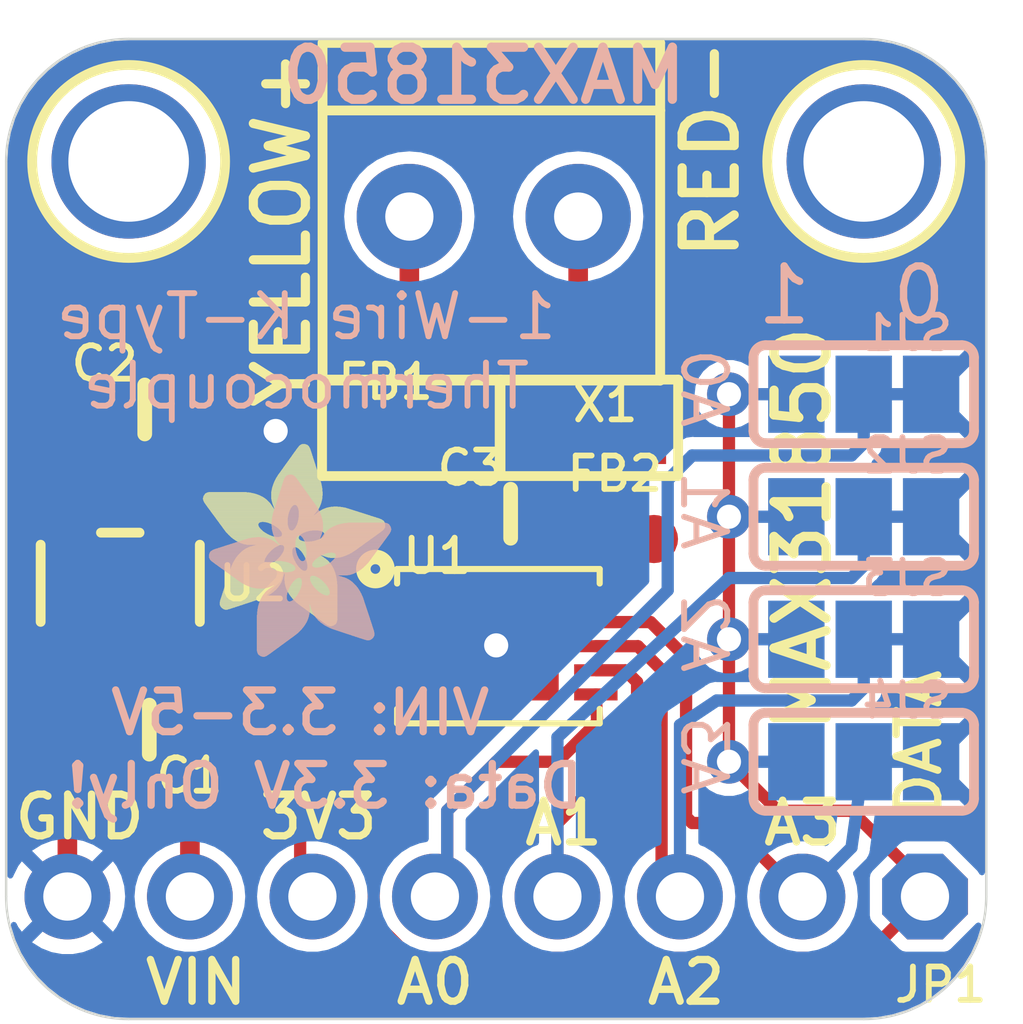
<source format=kicad_pcb>
(kicad_pcb (version 20221018) (generator pcbnew)
  (layers (0 "F.Cu" signal) (31 "B.Cu" signal) (34 "B.Paste" user) (35 "F.Paste" user) (36 "B.SilkS" user "B.Silkscreen") (37 "F.SilkS" user "F.Silkscreen") (38 "B.Mask" user) (39 "F.Mask" user) (44 "Edge.Cuts" user))
  (net 0 "")
  (net 1 "VIN")
  (net 2 "GND")
  (net 3 "3.3V")
  (net 4 "A3")
  (net 5 "A2")
  (net 6 "A1")
  (net 7 "A0")
  (net 8 "DATA")
  (net 9 "N$1")
  (net 10 "N$2")
  (net 11 "T+")
  (net 12 "T-")
  (net 13 "N$3")
  (net 14 "N$4")
  (net 15 "N$5")
  (footprint "working:0805" (layer "F.Cu") (at 150.4231 102.9066 180)
    (fp_text reference "FB2" (at -1.5875 -0.9525) (layer "F.SilkS") (effects (font (size 0.692831 0.692831) (thickness 0.119969)) (justify right)))
    (fp_text value "Ferrite")
    (pad "1" smd rect (at -0.95 0 180) (size 1.3 1.5) (layers "F.Cu" "F.Paste" "F.Mask") (net 10 "N$2"))
    (pad "2" smd rect (at 0.95 0 180) (size 1.3 1.5) (layers "F.Cu" "F.Paste" "F.Mask") (net 12 "T-"))
  )
  (footprint "working:0805-NO" (layer "F.Cu") (at 141.3091 109.1636 180)
    (fp_text reference "C1" (at -1.5875 -0.9525) (layer "F.SilkS") (effects (font (size 0.692831 0.692831) (thickness 0.119969)) (justify right)))
    (fp_text value "10uF")
    (pad "1" smd rect (at -0.95 0 180) (size 1.3 1.5) (layers "F.Cu" "F.Paste" "F.Mask") (net 1 "VIN"))
    (pad "2" smd rect (at 0.95 0 180) (size 1.3 1.5) (layers "F.Cu" "F.Paste" "F.Mask") (net 2 "GND"))
  )
  (footprint "working:TERMBLOCK_1X2-3.5MM" (layer "F.Cu") (at 148.5011 98.5266 180)
    (fp_text reference "X1" (at -3 -3.89) (layer "F.SilkS") (effects (font (size 0.692831 0.692831) (thickness 0.119969)) (justify right)))
    (fp_text value "3.5mm")
    (pad "1" thru_hole circle (at 1.8 0 180) (size 2.1844 2.1844) (drill 1) (layers "*.Cu" "*.Mask") (net 9 "N$1"))
    (pad "2" thru_hole circle (at -1.7 0 180) (size 2.1844 2.1844) (drill 1) (layers "*.Cu" "*.Mask") (net 10 "N$2"))
  )
  (footprint "working:SOT23-5" (layer "F.Cu") (at 140.7071 106.1296)
    (fp_text reference "U2" (at 1.978 0) (layer "F.SilkS") (effects (font (size 0.692831 0.692831) (thickness 0.119969)) (justify left)))
    (fp_text value "MIC5225-3.3")
    (pad "1" smd rect (at -0.95 1.3001) (size 0.55 1.2) (layers "F.Cu" "F.Paste" "F.Mask") (net 1 "VIN"))
    (pad "2" smd rect (at 0 1.3001) (size 0.55 1.2) (layers "F.Cu" "F.Paste" "F.Mask") (net 2 "GND"))
    (pad "3" smd rect (at 0.95 1.3001) (size 0.55 1.2) (layers "F.Cu" "F.Paste" "F.Mask") (net 1 "VIN"))
    (pad "4" smd rect (at 0.95 -1.3001) (size 0.55 1.2) (layers "F.Cu" "F.Paste" "F.Mask"))
    (pad "5" smd rect (at -0.95 -1.3001) (size 0.55 1.2) (layers "F.Cu" "F.Paste" "F.Mask") (net 3 "3.3V"))
  )
  (footprint "working:1X08_ROUND_70" (layer "F.Cu") (at 148.5011 112.6236 180)
    (fp_text reference "JP1" (at -10.2362 -1.8288) (layer "F.SilkS") (effects (font (size 0.692831 0.692831) (thickness 0.119969)) (justify right)))
    (fp_text value "Breakout")
    (pad "1" thru_hole roundrect (at -8.89 0 270) (size 1.778 1.778) (drill 1) (layers "*.Cu" "*.Mask") (chamfer_ratio 0.2928932188) (chamfer top_left top_right bottom_left bottom_right) (net 8 "DATA"))
    (pad "2" thru_hole circle (at -6.35 0 270) (size 1.778 1.778) (drill 1) (layers "*.Cu" "*.Mask") (net 4 "A3"))
    (pad "3" thru_hole circle (at -3.81 0 270) (size 1.778 1.778) (drill 1) (layers "*.Cu" "*.Mask") (net 5 "A2"))
    (pad "4" thru_hole circle (at -1.27 0 270) (size 1.778 1.778) (drill 1) (layers "*.Cu" "*.Mask") (net 6 "A1"))
    (pad "5" thru_hole circle (at 1.27 0 270) (size 1.778 1.778) (drill 1) (layers "*.Cu" "*.Mask") (net 7 "A0"))
    (pad "6" thru_hole circle (at 3.81 0 270) (size 1.778 1.778) (drill 1) (layers "*.Cu" "*.Mask") (net 3 "3.3V"))
    (pad "7" thru_hole circle (at 6.35 0 270) (size 1.778 1.778) (drill 1) (layers "*.Cu" "*.Mask") (net 1 "VIN"))
    (pad "8" thru_hole circle (at 8.89 0 270) (size 1.778 1.778) (drill 1) (layers "*.Cu" "*.Mask") (net 2 "GND"))
  )
  (footprint "working:FIDUCIAL_1MM" (layer "F.Cu") (at 139.6241 100.5276)
    (fp_text reference "FID2" hide)
    (fp_text value "FIDUCIAL\"\"" hide)
    (pad "1" smd roundrect (at 0 0) (size 1 1) (layers "F.Cu" "F.Mask") (roundrect_rratio 0.5))
  )
  (footprint "working:MOUNTINGHOLE_2.5_PLATED" (layer "F.Cu") (at 140.8811 97.3836)
    (fp_text reference "U$9" hide)
    (fp_text value "MOUNTINGHOLE2.5" hide)
    (pad "P$1" thru_hole circle (at 0 0) (size 3.2 3.2) (drill 2.5) (layers "*.Cu" "*.Mask"))
    (zone (net 0) (net_name "") (layer "B.Cu") (connect_pads (clearance 0)) (min_thickness 0.25)
      (keepout (tracks not_allowed) (vias not_allowed) (pads not_allowed) (copperpour not_allowed) (footprints allowed))
      (fill (thermal_gap 0.5) (thermal_bridge_width 0.5))
      (polygon (pts (xy 142.8971 97.3836) (xy 142.87748 97.103027) (xy 142.819004 96.827915) (xy 142.722808 96.563619) (xy 142.590765 96.315283) (xy 142.425446 96.08774) (xy 142.230067 95.88542) (xy 142.008433 95.71226) (xy 141.764856 95.571631) (xy 141.504078 95.46627) (xy 141.231175 95.398228) (xy 140.951457 95.368828) (xy 140.670371 95.378644) (xy 140.393385 95.427484) (xy 140.125893 95.514397) (xy 139.8731 95.637693) (xy 139.639926 95.79497) (xy 139.430911 95.983169) (xy 139.250122 96.198625) (xy 139.101078 96.437145) (xy 138.98668 96.694087) (xy 138.909154 96.96445) (xy 138.870011 97.242971) (xy 138.870011 97.524229) (xy 138.909154 97.80275) (xy 138.98668 98.073113) (xy 139.101078 98.330055) (xy 139.250122 98.568575) (xy 139.430911 98.784031) (xy 139.639926 98.97223) (xy 139.8731 99.129507) (xy 140.125893 99.252803) (xy 140.393385 99.339716) (xy 140.670371 99.388556) (xy 140.951457 99.398372) (xy 141.231175 99.368972) (xy 141.504078 99.30093) (xy 141.764856 99.195569) (xy 142.008433 99.05494) (xy 142.230067 98.88178) (xy 142.425446 98.67946) (xy 142.590765 98.451917) (xy 142.722808 98.203581) (xy 142.819004 97.939285) (xy 142.87748 97.664173)))
      (polygon (pts (xy 140.8651 97.3836) (xy 140.869786 97.394914) (xy 140.8811 97.3996) (xy 140.892414 97.394914) (xy 140.8971 97.3836) (xy 140.892414 97.372286) (xy 140.8811 97.3676) (xy 140.869786 97.372286)))
    )
  )
  (footprint "working:FIDUCIAL_1MM" (layer "F.Cu") (at 151.7711 105.2116)
    (fp_text reference "FID1" hide)
    (fp_text value "FIDUCIAL\"\"" hide)
    (pad "1" smd roundrect (at 0 0) (size 1 1) (layers "F.Cu" "F.Mask") (roundrect_rratio 0.5))
  )
  (footprint "working:ADAFRUIT_3.5MM" (layer "F.Cu") (at 142.4051 107.0356)
    (fp_text reference "U$19" hide)
    (fp_text value "" hide)
  )
  (footprint "working:0805-NO" (layer "F.Cu") (at 148.8011 104.6876)
    (fp_text reference "C3" (at -1.5875 -0.9525) (layer "F.SilkS") (effects (font (size 0.692831 0.692831) (thickness 0.119969)) (justify left)))
    (fp_text value "0.1uF")
    (pad "1" smd rect (at -0.95 0) (size 1.3 1.5) (layers "F.Cu" "F.Paste" "F.Mask") (net 11 "T+"))
    (pad "2" smd rect (at 0.95 0) (size 1.3 1.5) (layers "F.Cu" "F.Paste" "F.Mask") (net 12 "T-"))
  )
  (footprint "working:TDFN10_3X4MM" (layer "F.Cu") (at 148.5471 107.4336 -90)
    (fp_text reference "U1" (at -1.87 2.043) (layer "F.SilkS") (effects (font (size 0.692831 0.692831) (thickness 0.119969)) (justify left)))
    (fp_text value "MAX31850")
    (pad "1" smd rect (at -1 2.02) (size 0.9 0.25) (layers "F.Cu" "F.Paste") (net 2 "GND"))
    (pad "2" smd rect (at -0.5 2.02) (size 0.9 0.25) (layers "F.Cu" "F.Paste") (net 12 "T-"))
    (pad "3" smd rect (at 0 2.02) (size 0.9 0.25) (layers "F.Cu" "F.Paste") (net 11 "T+"))
    (pad "4" smd rect (at 0.5 2.02) (size 0.9 0.25) (layers "F.Cu" "F.Paste") (net 3 "3.3V"))
    (pad "5" smd rect (at 1 2.02) (size 0.9 0.25) (layers "F.Cu" "F.Paste") (net 8 "DATA"))
    (pad "6" smd rect (at 1 -2.02 180) (size 0.9 0.25) (layers "F.Cu" "F.Paste") (net 7 "A0"))
    (pad "7" smd rect (at 0.5 -2.02 180) (size 0.9 0.25) (layers "F.Cu" "F.Paste") (net 6 "A1"))
    (pad "8" smd rect (at 0 -2.02 180) (size 0.9 0.25) (layers "F.Cu" "F.Paste") (net 5 "A2"))
    (pad "9" smd rect (at -0.5 -2.02 180) (size 0.9 0.25) (layers "F.Cu" "F.Paste") (net 4 "A3"))
    (pad "10" smd rect (at -1 -2.02 180) (size 0.9 0.25) (layers "F.Cu" "F.Paste"))
    (pad "THERMAL" smd rect (at 0 0) (size 2.5 2.25) (layers "F.Cu" "F.Mask") (net 2 "GND"))
  )
  (footprint "working:MOUNTINGHOLE_2.5_PLATED" (layer "F.Cu") (at 156.1211 97.3836)
    (fp_text reference "U$8" hide)
    (fp_text value "MOUNTINGHOLE2.5" hide)
    (pad "P$1" thru_hole circle (at 0 0) (size 3.2 3.2) (drill 2.5) (layers "*.Cu" "*.Mask"))
    (zone (net 0) (net_name "") (layer "B.Cu") (connect_pads (clearance 0)) (min_thickness 0.25)
      (keepout (tracks not_allowed) (vias not_allowed) (pads not_allowed) (copperpour not_allowed) (footprints allowed))
      (fill (thermal_gap 0.5) (thermal_bridge_width 0.5))
      (polygon (pts (xy 158.1371 97.3836) (xy 158.11748 97.103027) (xy 158.059004 96.827915) (xy 157.962808 96.563619) (xy 157.830765 96.315283) (xy 157.665446 96.08774) (xy 157.470067 95.88542) (xy 157.248433 95.71226) (xy 157.004856 95.571631) (xy 156.744078 95.46627) (xy 156.471175 95.398228) (xy 156.191457 95.368828) (xy 155.910371 95.378644) (xy 155.633385 95.427484) (xy 155.365893 95.514397) (xy 155.1131 95.637693) (xy 154.879926 95.79497) (xy 154.670911 95.983169) (xy 154.490122 96.198625) (xy 154.341078 96.437145) (xy 154.22668 96.694087) (xy 154.149154 96.96445) (xy 154.110011 97.242971) (xy 154.110011 97.524229) (xy 154.149154 97.80275) (xy 154.22668 98.073113) (xy 154.341078 98.330055) (xy 154.490122 98.568575) (xy 154.670911 98.784031) (xy 154.879926 98.97223) (xy 155.1131 99.129507) (xy 155.365893 99.252803) (xy 155.633385 99.339716) (xy 155.910371 99.388556) (xy 156.191457 99.398372) (xy 156.471175 99.368972) (xy 156.744078 99.30093) (xy 157.004856 99.195569) (xy 157.248433 99.05494) (xy 157.470067 98.88178) (xy 157.665446 98.67946) (xy 157.830765 98.451917) (xy 157.962808 98.203581) (xy 158.059004 97.939285) (xy 158.11748 97.664173)))
      (polygon (pts (xy 156.1051 97.3836) (xy 156.109786 97.394914) (xy 156.1211 97.3996) (xy 156.132414 97.394914) (xy 156.1371 97.3836) (xy 156.132414 97.372286) (xy 156.1211 97.3676) (xy 156.109786 97.372286)))
    )
  )
  (footprint "working:0805" (layer "F.Cu") (at 146.7411 102.9066)
    (fp_text reference "FB1" (at -1.5875 -0.9525) (layer "F.SilkS") (effects (font (size 0.692831 0.692831) (thickness 0.119969)) (justify left)))
    (fp_text value "Ferrite")
    (pad "1" smd rect (at -0.95 0) (size 1.3 1.5) (layers "F.Cu" "F.Paste" "F.Mask") (net 9 "N$1"))
    (pad "2" smd rect (at 0.95 0) (size 1.3 1.5) (layers "F.Cu" "F.Paste" "F.Mask") (net 11 "T+"))
  )
  (footprint "working:0805-NO" (layer "F.Cu") (at 141.2151 102.5256)
    (fp_text reference "C2" (at -1.5875 -0.9525) (layer "F.SilkS") (effects (font (size 0.692831 0.692831) (thickness 0.119969)) (justify left)))
    (fp_text value "10uF")
    (pad "1" smd rect (at -0.95 0) (size 1.3 1.5) (layers "F.Cu" "F.Paste" "F.Mask") (net 3 "3.3V"))
    (pad "2" smd rect (at 0.95 0) (size 1.3 1.5) (layers "F.Cu" "F.Paste" "F.Mask") (net 2 "GND"))
  )
  (footprint "working:SOLDERJUMPER_2WAY_OPEN_NOPASTE" (layer "B.Cu") (at 156.1211 107.2896 180)
    (fp_text reference "SJ3" (at -1.905 1.27) (layer "B.SilkS") (effects (font (size 0.692831 0.692831) (thickness 0.119969)) (justify left mirror)))
    (fp_text value "")
    (pad "1" smd rect (at -1.397 0 180) (size 1.1684 1.6002) (layers "B.Cu") (net 2 "GND"))
    (pad "2" smd rect (at 0 0 180) (size 1.1684 1.6002) (layers "B.Cu") (net 5 "A2"))
    (pad "3" smd rect (at 1.397 0 180) (size 1.1684 1.6002) (layers "B.Cu") (net 8 "DATA"))
  )
  (footprint "working:SOLDERJUMPER_2WAY_OPEN_NOPASTE" (layer "B.Cu") (at 156.1211 109.8296 180)
    (fp_text reference "SJ4" (at -1.905 1.27) (layer "B.SilkS") (effects (font (size 0.692831 0.692831) (thickness 0.119969)) (justify left mirror)))
    (fp_text value "")
    (pad "1" smd rect (at -1.397 0 180) (size 1.1684 1.6002) (layers "B.Cu") (net 2 "GND"))
    (pad "2" smd rect (at 0 0 180) (size 1.1684 1.6002) (layers "B.Cu") (net 4 "A3"))
    (pad "3" smd rect (at 1.397 0 180) (size 1.1684 1.6002) (layers "B.Cu") (net 8 "DATA"))
  )
  (footprint "working:SOLDERJUMPER_2WAY_OPEN_NOPASTE" (layer "B.Cu") (at 156.1211 104.7496 180)
    (fp_text reference "SJ2" (at -1.905 1.27) (layer "B.SilkS") (effects (font (size 0.692831 0.692831) (thickness 0.119969)) (justify left mirror)))
    (fp_text value "")
    (pad "1" smd rect (at -1.397 0 180) (size 1.1684 1.6002) (layers "B.Cu") (net 2 "GND"))
    (pad "2" smd rect (at 0 0 180) (size 1.1684 1.6002) (layers "B.Cu") (net 6 "A1"))
    (pad "3" smd rect (at 1.397 0 180) (size 1.1684 1.6002) (layers "B.Cu") (net 8 "DATA"))
  )
  (footprint "working:ADAFRUIT_3.5MM" (layer "B.Cu") (at 146.3421 107.6706 180)
    (fp_text reference "U$18" hide)
    (fp_text value "" hide)
  )
  (footprint "working:SOLDERJUMPER_2WAY_OPEN_NOPASTE" (layer "B.Cu") (at 156.1211 102.2096 180)
    (fp_text reference "SJ1" (at -1.905 1.27) (layer "B.SilkS") (effects (font (size 0.692831 0.692831) (thickness 0.119969)) (justify left mirror)))
    (fp_text value "")
    (pad "1" smd rect (at -1.397 0 180) (size 1.1684 1.6002) (layers "B.Cu") (net 2 "GND"))
    (pad "2" smd rect (at 0 0 180) (size 1.1684 1.6002) (layers "B.Cu") (net 7 "A0"))
    (pad "3" smd rect (at 1.397 0 180) (size 1.1684 1.6002) (layers "B.Cu") (net 8 "DATA"))
  )
  (gr_arc (start 140.8811 115.1636) (mid 139.085049 114.419651) (end 138.3411 112.6236) (stroke (width 0.05)) (layer "Edge.Cuts"))
  (gr_arc (start 158.6611 112.6236) (mid 157.917151 114.419651) (end 156.1211 115.1636) (stroke (width 0.05)) (layer "Edge.Cuts"))
  (gr_arc (start 138.3411 97.3836) (mid 139.085049 95.587549) (end 140.8811 94.8436) (stroke (width 0.05)) (layer "Edge.Cuts"))
  (gr_line (start 138.3411 112.6236) (end 138.3411 97.3836) (stroke (width 0.05)) (layer "Edge.Cuts"))
  (gr_arc (start 156.1211 94.8436) (mid 157.917151 95.587549) (end 158.6611 97.3836) (stroke (width 0.05)) (layer "Edge.Cuts"))
  (gr_line (start 156.1211 115.1636) (end 140.8811 115.1636) (stroke (width 0.05)) (layer "Edge.Cuts"))
  (gr_line (start 140.8811 94.8436) (end 156.1211 94.8436) (stroke (width 0.05)) (layer "Edge.Cuts"))
  (gr_line (start 158.6611 97.3836) (end 158.6611 112.6236) (stroke (width 0.05)) (layer "Edge.Cuts"))
  (gr_text "0" (at 157.8991 100.8126) (layer "B.SilkS") (effects (font (size 1.1176 1.1176) (thickness 0.1524)) (justify left bottom mirror)))
  (gr_text "MAX31850" (at 148.2471 95.6056) (layer "B.SilkS") (effects (font (size 1.0795 1.0795) (thickness 0.1905)) (justify mirror)))
  (gr_text "Data: 3.3V Only!" (at 144.9451 110.3376) (layer "B.SilkS") (effects (font (size 0.8636 0.8636) (thickness 0.1524)) (justify mirror)))
  (gr_text "A1" (at 153.3271 103.7336 -90) (layer "B.SilkS") (effects (font (size 0.89408 0.89408) (thickness 0.12192)) (justify right top mirror)))
  (gr_text "A0" (at 153.3271 101.1936 -90) (layer "B.SilkS") (effects (font (size 0.89408 0.89408) (thickness 0.12192)) (justify right top mirror)))
  (gr_text "A2" (at 153.3271 106.2736 -90) (layer "B.SilkS") (effects (font (size 0.89408 0.89408) (thickness 0.12192)) (justify right top mirror)))
  (gr_text "VIN: 3.3-5V" (at 144.4371 108.8136) (layer "B.SilkS") (effects (font (size 0.8636 0.8636) (thickness 0.1524)) (justify mirror)))
  (gr_text "1" (at 155.1051 100.8126) (layer "B.SilkS") (effects (font (size 1.1176 1.1176) (thickness 0.1524)) (justify left bottom mirror)))
  (gr_text "A3" (at 153.3271 108.8136 -90) (layer "B.SilkS") (effects (font (size 0.89408 0.89408) (thickness 0.12192)) (justify right top mirror)))
  (gr_text "1-Wire K-Type\nThermocouple" (at 144.5641 101.3206) (layer "B.SilkS") (effects (font (size 0.89408 0.89408) (thickness 0.12192)) (justify mirror)))
  (gr_text "A2" (at 152.4381 114.4016) (layer "F.SilkS") (effects (font (size 0.8636 0.8636) (thickness 0.1524))))
  (gr_text "A3" (at 154.8511 111.0996) (layer "F.SilkS") (effects (font (size 0.8636 0.8636) (thickness 0.1524))))
  (gr_text "YELLOW+" (at 144.0561 98.7806 90) (layer "F.SilkS") (effects (font (size 1.0795 1.0795) (thickness 0.1905))))
  (gr_text "MAX31850" (at 154.8511 105.0036 90) (layer "F.SilkS") (effects (font (size 1.0795 1.0795) (thickness 0.1905))))
  (gr_text "A1" (at 149.8981 111.0996) (layer "F.SilkS") (effects (font (size 0.8636 0.8636) (thickness 0.1524))))
  (gr_text "GND" (at 139.8651 110.9726) (layer "F.SilkS") (effects (font (size 0.8636 0.8636) (thickness 0.1524))))
  (gr_text "RED-" (at 152.9461 97.1296 90) (layer "F.SilkS") (effects (font (size 1.0795 1.0795) (thickness 0.1905))))
  (gr_text "DATA" (at 157.2641 109.4486 90) (layer "F.SilkS") (effects (font (size 0.8636 0.8636) (thickness 0.1524))))
  (gr_text "3V3" (at 144.8181 110.9726) (layer "F.SilkS") (effects (font (size 0.8636 0.8636) (thickness 0.1524))))
  (gr_text "VIN" (at 142.2781 114.4016) (layer "F.SilkS") (effects (font (size 0.8636 0.8636) (thickness 0.1524))))
  (gr_text "A0" (at 147.2311 114.4016) (layer "F.SilkS") (effects (font (size 0.8636 0.8636) (thickness 0.1524))))
  (segment (start 139.7571 106.2736) (end 141.6431 106.2736) (width 0.4064) (layer "F.Cu") (net 1))
  (segment (start 142.1511 109.3376) (end 142.2591 109.1636) (width 0.4064) (layer "F.Cu") (net 1))
  (segment (start 142.1511 112.6236) (end 142.1511 109.3376) (width 0.4064) (layer "F.Cu") (net 1))
  (segment (start 139.7571 107.4297) (end 139.7571 106.2736) (width 0.4064) (layer "F.Cu") (net 1))
  (segment (start 142.2591 109.1636) (end 141.6571 108.4956) (width 0.4064) (layer "F.Cu") (net 1))
  (segment (start 141.6431 107.4297) (end 141.6571 107.4297) (width 0.4064) (layer "F.Cu") (net 1))
  (segment (start 141.6571 108.4956) (end 141.6571 107.4297) (width 0.4064) (layer "F.Cu") (net 1))
  (segment (start 141.6431 106.2736) (end 141.6431 107.4297) (width 0.4064) (layer "F.Cu") (net 1))
  (segment (start 140.3591 109.1636) (end 140.2931 109.1476) (width 0.4064) (layer "F.Cu") (net 2))
  (segment (start 140.7071 108.7336) (end 140.7071 107.4297) (width 0.4064) (layer "F.Cu") (net 2))
  (segment (start 148.5471 107.4336) (end 148.546356 107.434344) (width 0.254) (layer "F.Cu") (net 2))
  (segment (start 142.2311 102.9716) (end 143.9291 102.9716) (width 0.4064) (layer "F.Cu") (net 2))
  (segment (start 140.2931 109.1476) (end 140.7071 108.7336) (width 0.4064) (layer "F.Cu") (net 2))
  (segment (start 148.546356 107.434344) (end 148.546356 107.434344) (width 0.254) (layer "F.Cu") (net 2))
  (segment (start 139.6111 112.6236) (end 139.6111 109.8456) (width 0.4064) (layer "F.Cu") (net 2))
  (segment (start 146.5271 106.4336) (end 147.3911 106.4336) (width 0.254) (layer "F.Cu") (net 2))
  (segment (start 139.6111 109.8456) (end 140.3591 109.1636) (width 0.4064) (layer "F.Cu") (net 2))
  (segment (start 148.546356 107.434344) (end 148.5011 107.4166) (width 0.254) (layer "F.Cu") (net 2))
  (segment (start 147.3911 106.4336) (end 148.5011 107.4166) (width 0.254) (layer "F.Cu") (net 2))
  (segment (start 142.1651 102.5256) (end 142.2311 102.9716) (width 0.4064) (layer "F.Cu") (net 2))
  (via (at 143.9291 102.9716) (size 0.9064) (drill 0.5) (layers "F.Cu" "B.Cu") (net 2))
  (via (at 148.5011 107.4166) (size 0.9064) (drill 0.5) (layers "F.Cu" "B.Cu") (net 2))
  (segment (start 143.9291 103.4796) (end 143.6751 103.4796) (width 0.4064) (layer "B.Cu") (net 2))
  (segment (start 143.9291 102.9716) (end 143.9291 103.4796) (width 0.4064) (layer "B.Cu") (net 2))
  (segment (start 148.5011 107.4166) (end 148.7551 107.5436) (width 0.254) (layer "B.Cu") (net 2))
  (segment (start 140.1991 103.7336) (end 143.1671 103.7336) (width 0.4064) (layer "F.Cu") (net 3))
  (segment (start 145.0631 107.9336) (end 144.4371 108.5596) (width 0.254) (layer "F.Cu") (net 3))
  (segment (start 146.5271 107.9336) (end 145.0631 107.9336) (width 0.254) (layer "F.Cu") (net 3))
  (segment (start 143.1671 103.7336) (end 144.4371 105.0036) (width 0.4064) (layer "F.Cu") (net 3))
  (segment (start 144.4371 112.3696) (end 144.6911 112.6236) (width 0.254) (layer "F.Cu") (net 3))
  (segment (start 140.1991 103.7336) (end 140.1991 104.8295) (width 0.4064) (layer "F.Cu") (net 3))
  (segment (start 144.4371 105.0036) (end 144.4371 108.5596) (width 0.4064) (layer "F.Cu") (net 3))
  (segment (start 140.1991 104.8295) (end 139.7571 104.8295) (width 0.4064) (layer "F.Cu") (net 3))
  (segment (start 144.4371 108.5596) (end 144.4371 112.3696) (width 0.254) (layer "F.Cu") (net 3))
  (segment (start 140.2651 102.5256) (end 140.1991 103.7336) (width 0.4064) (layer "F.Cu") (net 3))
  (segment (start 152.4381 110.9726) (end 152.5651 111.0996) (width 0.254) (layer "F.Cu") (net 4))
  (segment (start 151.7011 106.9336) (end 152.4381 107.6706) (width 0.254) (layer "F.Cu") (net 4))
  (segment (start 152.4381 107.6706) (end 152.4381 110.9726) (width 0.254) (layer "F.Cu") (net 4))
  (segment (start 152.5651 111.0996) (end 153.3271 111.0996) (width 0.254) (layer "F.Cu") (net 4))
  (segment (start 153.3271 111.0996) (end 154.8511 112.6236) (width 0.254) (layer "F.Cu") (net 4))
  (segment (start 150.5671 106.9336) (end 151.7011 106.9336) (width 0.254) (layer "F.Cu") (net 4))
  (segment (start 155.8671 111.6076) (end 154.8511 112.6236) (width 0.254) (layer "B.Cu") (net 4))
  (segment (start 156.1211 109.8296) (end 155.8671 111.6076) (width 0.254) (layer "B.Cu") (net 4))
  (segment (start 151.9301 107.9246) (end 151.9301 112.4966) (width 0.254) (layer "F.Cu") (net 5))
  (segment (start 151.9301 112.4966) (end 152.3111 112.6236) (width 0.254) (layer "F.Cu") (net 5))
  (segment (start 150.5671 107.4336) (end 151.4391 107.4336) (width 0.254) (layer "F.Cu") (net 5))
  (segment (start 151.4391 107.4336) (end 151.9301 107.9246) (width 0.254) (layer "F.Cu") (net 5))
  (segment (start 152.3111 109.0676) (end 152.3111 112.6236) (width 0.254) (layer "B.Cu") (net 5))
  (segment (start 156.1211 107.2896) (end 156.1211 108.3056) (width 0.254) (layer "B.Cu") (net 5))
  (segment (start 156.1211 108.3056) (end 155.8671 108.5596) (width 0.254) (layer "B.Cu") (net 5))
  (segment (start 153.0731 108.5596) (end 152.3111 109.0676) (width 0.254) (layer "B.Cu") (net 5))
  (segment (start 155.8671 108.5596) (end 153.0731 108.5596) (width 0.254) (layer "B.Cu") (net 5))
  (segment (start 149.7711 111.0996) (end 149.7711 112.6236) (width 0.254) (layer "F.Cu") (net 6))
  (segment (start 151.1771 107.9336) (end 151.4221 108.1786) (width 0.254) (layer "F.Cu") (net 6))
  (segment (start 151.4221 108.1786) (end 151.4221 109.4486) (width 0.254) (layer "F.Cu") (net 6))
  (segment (start 151.4221 109.4486) (end 149.7711 111.0996) (width 0.254) (layer "F.Cu") (net 6))
  (segment (start 150.5671 107.9336) (end 151.1771 107.9336) (width 0.254) (layer "F.Cu") (net 6))
  (segment (start 156.1211 104.7496) (end 156.1211 105.7656) (width 0.254) (layer "B.Cu") (net 6))
  (segment (start 149.7711 109.3216) (end 149.7711 112.6236) (width 0.254) (layer "B.Cu") (net 6))
  (segment (start 153.3271 106.0196) (end 149.7711 109.3216) (width 0.254) (layer "B.Cu") (net 6))
  (segment (start 155.8671 106.0196) (end 153.3271 106.0196) (width 0.254) (layer "B.Cu") (net 6))
  (segment (start 156.1211 105.7656) (end 155.8671 106.0196) (width 0.254) (layer "B.Cu") (net 6))
  (segment (start 149.7711 109.8296) (end 148.5011 109.8296) (width 0.254) (layer "F.Cu") (net 7))
  (segment (start 150.5671 108.4336) (end 150.5941 109.0066) (width 0.254) (layer "F.Cu") (net 7))
  (segment (start 147.4851 112.3696) (end 147.2311 112.6236) (width 0.254) (layer "F.Cu") (net 7))
  (segment (start 150.5941 109.0066) (end 149.7711 109.8296) (width 0.254) (layer "F.Cu") (net 7))
  (segment (start 148.5011 109.8296) (end 147.4851 110.8456) (width 0.254) (layer "F.Cu") (net 7))
  (segment (start 147.4851 110.8456) (end 147.4851 112.3696) (width 0.254) (layer "F.Cu") (net 7))
  (segment (start 147.4851 112.3696) (end 147.2311 112.6236) (width 0.254) (layer "B.Cu") (net 7))
  (segment (start 155.8671 103.4796) (end 152.5651 103.4796) (width 0.254) (layer "B.Cu") (net 7))
  (segment (start 147.4851 110.8456) (end 147.4851 112.3696) (width 0.254) (layer "B.Cu") (net 7))
  (segment (start 156.1211 103.2256) (end 155.8671 103.4796) (width 0.254) (layer "B.Cu") (net 7))
  (segment (start 152.5651 103.4796) (end 152.0571 103.9876) (width 0.254) (layer "B.Cu") (net 7))
  (segment (start 152.0571 103.9876) (end 152.0571 106.2736) (width 0.254) (layer "B.Cu") (net 7))
  (segment (start 156.1211 102.2096) (end 157.6451 102.2096) (width 0.254) (layer "B.Cu") (net 7))
  (segment (start 152.0571 106.2736) (end 147.4851 110.8456) (width 0.254) (layer "B.Cu") (net 7))
  (segment (start 156.1211 102.2096) (end 156.1211 103.2256) (width 0.254) (layer "B.Cu") (net 7))
  (segment (start 157.3911 112.3696) (end 157.3911 112.6236) (width 0.254) (layer "F.Cu") (net 8))
  (segment (start 145.9611 109.0996) (end 145.9611 113.1316) (width 0.254) (layer "F.Cu") (net 8))
  (segment (start 153.3271 107.2896) (end 153.3271 109.8296) (width 0.254) (layer "F.Cu") (net 8))
  (segment (start 155.8671 110.8456) (end 157.3911 112.3696) (width 0.254) (layer "F.Cu") (net 8))
  (segment (start 153.3271 102.2096) (end 153.3271 104.7496) (width 0.254) (layer "F.Cu") (net 8))
  (segment (start 145.9611 113.1316) (end 146.7231 113.8936) (width 0.254) (layer "F.Cu") (net 8))
  (segment (start 153.3271 109.8296) (end 154.3431 110.8456) (width 0.254) (layer "F.Cu") (net 8))
  (segment (start 146.5271 108.4336) (end 145.9611 109.0996) (width 0.254) (layer "F.Cu") (net 8))
  (segment (start 146.7231 113.8936) (end 156.1211 113.8936) (width 0.254) (layer "F.Cu") (net 8))
  (segment (start 154.3431 110.8456) (end 155.8671 110.8456) (width 0.254) (layer "F.Cu") (net 8))
  (segment (start 156.1211 113.8936) (end 157.3911 112.6236) (width 0.254) (layer "F.Cu") (net 8))
  (segment (start 153.3271 107.2896) (end 153.3271 104.7496) (width 0.254) (layer "F.Cu") (net 8))
  (via (at 153.3271 107.2896) (size 0.9064) (drill 0.5) (layers "F.Cu" "B.Cu") (net 8))
  (via (at 153.3271 104.7496) (size 0.9064) (drill 0.5) (layers "F.Cu" "B.Cu") (net 8))
  (via (at 153.3271 102.2096) (size 0.9064) (drill 0.5) (layers "F.Cu" "B.Cu") (net 8))
  (via (at 153.3271 109.8296) (size 0.9064) (drill 0.5) (layers "F.Cu" "B.Cu") (net 8))
  (segment (start 154.7241 102.2096) (end 153.3271 102.2096) (width 0.254) (layer "B.Cu") (net 8))
  (segment (start 154.8511 109.9566) (end 154.8511 110.0836) (width 0.254) (layer "B.Cu") (net 8))
  (segment (start 154.8511 110.0836) (end 154.5971 109.8296) (width 0.254) (layer "B.Cu") (net 8))
  (segment (start 154.7241 109.8296) (end 154.8511 109.9566) (width 0.254) (layer "B.Cu") (net 8))
  (segment (start 154.7241 104.7496) (end 153.3271 104.7496) (width 0.254) (layer "B.Cu") (net 8))
  (segment (start 154.7241 107.2896) (end 153.3271 107.2896) (width 0.254) (layer "B.Cu") (net 8))
  (segment (start 154.5971 109.8296) (end 153.3271 109.8296) (width 0.254) (layer "B.Cu") (net 8))
  (segment (start 146.7011 98.5266) (end 146.7011 100.1996) (width 0.4064) (layer "F.Cu") (net 9))
  (segment (start 145.7071 102.7616) (end 145.7911 102.9066) (width 0.4064) (layer "F.Cu") (net 9))
  (segment (start 146.7011 100.1996) (end 145.7071 101.1936) (width 0.4064) (layer "F.Cu") (net 9))
  (segment (start 145.7071 101.1936) (end 145.7071 102.7616) (width 0.4064) (layer "F.Cu") (net 9))
  (segment (start 150.2011 98.5266) (end 150.2011 100.3536) (width 0.4064) (layer "F.Cu") (net 10))
  (segment (start 151.4391 101.5916) (end 151.3731 102.9066) (width 0.4064) (layer "F.Cu") (net 10))
  (segment (start 150.2011 100.3536) (end 151.4391 101.5916) (width 0.4064) (layer "F.Cu") (net 10))
  (segment (start 145.5971 107.4336) (end 145.1991 107.0356) (width 0.254) (layer "F.Cu") (net 11))
  (segment (start 147.7231 104.4956) (end 147.8511 104.6876) (width 0.254) (layer "F.Cu") (net 11))
  (segment (start 147.7851 102.8076) (end 147.6911 102.9066) (width 0.254) (layer "F.Cu") (net 11))
  (segment (start 147.8511 104.6876) (end 147.7851 102.8076) (width 0.254) (layer "F.Cu") (net 11))
  (segment (start 145.1991 105.0036) (end 145.7071 104.4956) (width 0.254) (layer "F.Cu") (net 11))
  (segment (start 145.1991 107.0356) (end 145.1991 105.0036) (width 0.254) (layer "F.Cu") (net 11))
  (segment (start 145.7071 104.4956) (end 147.7231 104.4956) (width 0.254) (layer "F.Cu") (net 11))
  (segment (start 146.5271 107.4336) (end 145.5971 107.4336) (width 0.254) (layer "F.Cu") (net 11))
  (segment (start 145.7071 105.8926) (end 148.8821 105.8926) (width 0.254) (layer "F.Cu") (net 12))
  (segment (start 149.7711 104.4796) (end 149.7511 104.6876) (width 0.254) (layer "F.Cu") (net 12))
  (segment (start 149.7511 104.6876) (end 149.8171 102.9356) (width 0.254) (layer "F.Cu") (net 12))
  (segment (start 146.5271 106.9336) (end 145.8591 106.9336) (width 0.254) (layer "F.Cu") (net 12))
  (segment (start 149.7711 105.0036) (end 149.7711 104.4796) (width 0.254) (layer "F.Cu") (net 12))
  (segment (start 145.7071 106.7816) (end 145.7071 105.8926) (width 0.254) (layer "F.Cu") (net 12))
  (segment (start 148.8821 105.8926) (end 149.7711 105.0036) (width 0.254) (layer "F.Cu") (net 12))
  (segment (start 145.8591 106.9336) (end 145.7071 106.7816) (width 0.254) (layer "F.Cu") (net 12))
  (segment (start 149.8171 102.9356) (end 149.4731 102.9066) (width 0.254) (layer "F.Cu") (net 12))
  (segment (start 156.3751 104.7496) (end 157.3911 104.7496) (width 0.254) (layer "B.Cu") (net 13))
  (segment (start 156.3751 107.2896) (end 157.3911 107.2896) (width 0.254) (layer "B.Cu") (net 14))
  (segment (start 156.3751 109.8296) (end 157.3911 109.8296) (width 0.254) (layer "B.Cu") (net 15))
  (zone (net 2) (net_name "GND") (layer "B.Cu") (priority 6) (connect_pads (clearance 0.254)) (min_thickness 0.127) (fill yes (thermal_gap 0.304) (thermal_bridge_width 0.304))
    (polygon (pts (xy 158.8801 115.2906) (xy 140.877263 115.2906) (xy 140.559601 115.271385) (xy 140.242789 115.213327) (xy 139.935287 115.117505) (xy 139.641575 114.985316) (xy 139.36594 114.818689) (xy 139.112398 114.620052) (xy 138.884648 114.392302) (xy 138.686011 114.13876) (xy 138.519384 113.863125) (xy 138.387195 113.569413) (xy 138.291373 113.261911) (xy 138.233315 112.945099) (xy 138.2141 112.627437) (xy 138.2141 94.0366) (xy 158.8801 94.0366)))
  )
)
</source>
